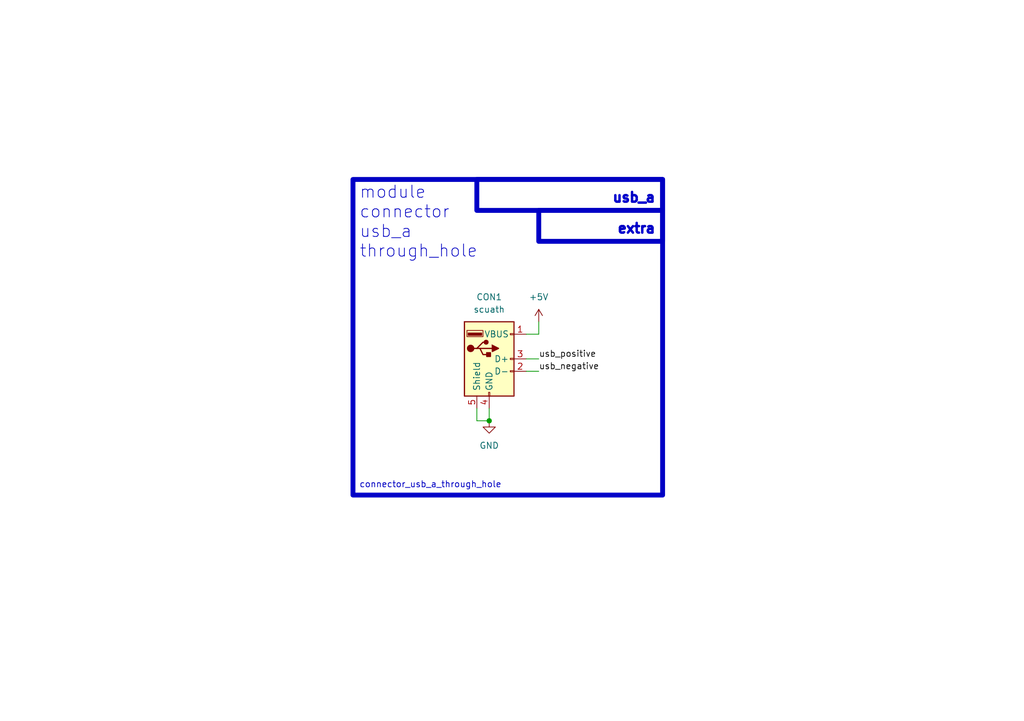
<source format=kicad_sch>
(kicad_sch (version 20230121) (generator eeschema)
  (paper "A5")
  (lib_symbols
    (symbol "oomlout_oomp_part_symbols:scuath_electronic_socket_usb_a_through_hole" (pin_names (offset 1.016))
      (property "Reference" "J" (at -5.08 11.43 0))
      (property "Value" "scuath_electronic_socket_usb_a_through_hole" (at -5.08 8.89 0))
      (symbol "scuath_electronic_socket_usb_a_through_hole_0_1"
        (rectangle (start -5.08 -7.62) (end 5.08 7.62) (stroke (width 0.254)) (fill (type background)))
        (circle (center -3.81 2.159) (radius 0.635) (stroke (width 0.254)) (fill (type outline)))
        (rectangle (start -1.524 4.826) (end -4.318 5.334) (fill (type outline)))
        (rectangle (start -1.27 4.572) (end -4.572 5.842))
        (circle (center -0.635 3.429) (radius 0.381) (stroke (width 0.254)) (fill (type outline)))
        (rectangle (start -0.127 -7.62) (end 0.127 -6.858))
        (polyline (pts (xy -3.175 2.159) (xy -2.54 2.159) (xy -1.27 3.429) (xy -0.635 3.429)) (stroke (width 0.254)))
        (polyline (pts (xy -2.54 2.159) (xy -1.905 2.159) (xy -1.27 0.889) (xy 0 0.889)) (stroke (width 0.254)))
        (polyline (pts (xy 0.635 2.794) (xy 0.635 1.524) (xy 1.905 2.159) (xy 0.635 2.794)) (stroke (width 0.254)) (fill (type outline)))
        (rectangle (start 0.254 1.27) (end -0.508 0.508) (stroke (width 0.254)) (fill (type outline)))
        (rectangle (start 5.08 -2.667) (end 4.318 -2.413))
        (rectangle (start 5.08 -0.127) (end 4.318 0.127))
        (rectangle (start 5.08 4.953) (end 4.318 5.207))
      )
      (symbol "scuath_electronic_socket_usb_a_through_hole_1_1"
        (polyline (pts (xy -1.905 2.159) (xy 0.635 2.159)) (stroke (width 0.254)))
        (pin power_in line (at 7.62 5.08 180) (length 2.54) (name "VBUS") (number "1"))
        (pin bidirectional line (at 7.62 -2.54 180) (length 2.54) (name "D-") (number "2"))
        (pin bidirectional line (at 7.62 0 180) (length 2.54) (name "D+") (number "3"))
        (pin power_in line (at 0 -10.16 90) (length 2.54) (name "GND") (number "4"))
        (pin passive line (at -2.54 -10.16 90) (length 2.54) (name "Shield") (number "5"))
      )
    )
    (symbol "power:+5V" (power) (pin_names (offset 0))
      (property "Value" "+5V" (at 0 3.556 0))
      (symbol "+5V_0_1"
        (polyline (pts (xy -0.762 1.27) (xy 0 2.54)))
        (polyline (pts (xy 0 0) (xy 0 2.54)))
        (polyline (pts (xy 0 2.54) (xy 0.762 1.27)))
      )
      (symbol "+5V_1_1"
        (pin power_in line (at 0 0 90) (length 0) hide (name "+5V") (number "1"))
      )
    )
    (symbol "power:GND" (power) (pin_names (offset 0))
      (property "Value" "GND" (at 0 -3.81 0))
      (symbol "GND_0_1"
        (polyline (pts (xy 0 0) (xy 0 -1.27) (xy 1.27 -1.27) (xy 0 -2.54) (xy -1.27 -1.27) (xy 0 -1.27)))
      )
      (symbol "GND_1_1"
        (pin power_in line (at 0 0 270) (length 0) hide (name "GND") (number "1"))
      )
    )
  )
  (junction (at 100.33 86.36))
  (wire (pts (xy 107.95 73.66) (xy 110.49 73.66)))
  (wire (pts (xy 97.79 83.82) (xy 97.79 86.36)))
  (wire (pts (xy 110.49 66.04) (xy 110.49 68.58)))
  (wire (pts (xy 107.95 68.58) (xy 110.49 68.58)))
  (wire (pts (xy 100.33 83.82) (xy 100.33 86.36)))
  (wire (pts (xy 97.79 86.36) (xy 100.33 86.36)))
  (wire (pts (xy 107.95 76.2) (xy 110.49 76.2)))
  (rectangle (start 72.39 36.83) (end 135.89 101.6) (stroke (width 1)))
  (rectangle (start 110.49 43.18) (end 135.89 49.53) (stroke (width 1)))
  (rectangle (start 97.79 36.83) (end 135.89 43.18) (stroke (width 1)))
  (text "module\nconnector\nusb_a\nthrough_hole\n\n" (at 73.66 57.15 0) (effects (font (size 2.5 2.5)) (justify left bottom)))
  (text "connector_usb_a_through_hole" (at 73.66 100.33 0) (effects (font (size 1.27 1.27)) (justify left bottom)))
  (text "extra" (at 134.62 48.26 0) (effects (font (size 2 2) (thickness 0.8) bold) (justify right bottom)))
  (text "usb_a" (at 134.62 41.91 0) (effects (font (size 2 2) (thickness 0.8) bold) (justify right bottom)))
  (label "usb_positive" (at 110.49 73.66 0))
  (label "usb_negative" (at 110.49 76.2 0))
  (symbol (lib_id "oomlout_oomp_part_symbols:scuath_electronic_socket_usb_a_through_hole") (at 100.33 73.66 0) (unit 1)
    (property "Reference" "CON1" (at 100.33 60.96 0))
    (property "Value" "scuath" (at 100.33 63.5 0))
    (property "Footprint" "oomlout_oomp_part_footprints:scuath_electronic_socket_usb_a_through_hole" (effects hide))
    (property "Datasheet" "https://github.com/oomlout/oomlout_oomp_v3/parts/electronic_socket_usb_a_through_hole/datasheet.pdf" (effects hide))
  )
  (symbol (lib_id "power:GND") (at 100.33 86.36 0) (unit 1)
    (property "Reference" "#PWR01" (effects hide))
    (property "Value" "GND" (at 100.33 91.44 0))
  )
  (symbol (lib_id "power:+5V") (at 110.49 66.04 0) (unit 1)
    (property "Reference" "#PWR02" (effects hide))
    (property "Value" "+5V" (at 110.49 60.96 0))
  )
)
</source>
